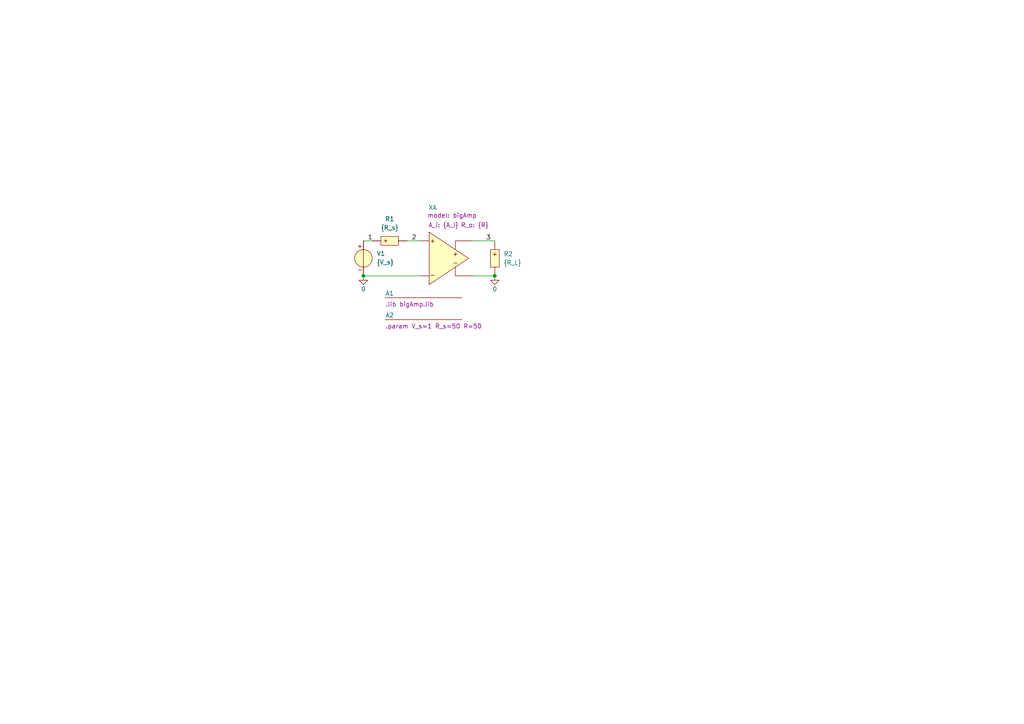
<source format=kicad_sch>
(kicad_sch (version 20250114) (generator "eeschema") (generator_version "9.0")
  (paper "A4")
  (lib_symbols
    (symbol "SLiCAP:Command" (pin_numbers (hide yes)) (pin_names (offset 0) (hide yes))
      (property "Reference" "A?" (at 0 1.27 0))
      (property "command" "?" (at 0 -1.905 0))
      (symbol "Command_0_1"
        (polyline (pts (xy 0 0) (xy 22.225 0)))
      )
    )
    (symbol "SLiCAP:GND" (power) (pin_numbers (hide yes)) (pin_names (offset 0) (hide yes))
      (property "Value" "0" (at 0 -2.54 0))
      (symbol "GND_0_1"
        (polyline (pts (xy -1.27 0) (xy 0 -1.27) (xy 1.27 0) (xy -1.27 0)))
      )
      (symbol "GND_1_1"
        (pin power_in line (at 0 0 0) (length 0) (name "~") (number "1"))
      )
    )
    (symbol "SLiCAP:R" (pin_numbers (hide yes)) (pin_names (offset 1.016) (hide yes))
      (property "Reference" "R?" (at 1.905 3.81 0))
      (property "Value" "?" (at 1.905 1.905 0) (show_name))
      (property "noisetemp" "0" (at 1.905 0 0) (show_name))
      (property "noiseflow" "0" (at 15.24 0 0) (show_name))
      (property "dcvar" "0" (at 1.905 -1.905 0) (show_name))
      (property "dcvarlot" "0" (at 15.24 -1.905 0) (show_name))
      (symbol "R_0_0"
        (text "+" (at 0 1.27 0) (effects (font (size 1.27 1.27))))
      )
      (symbol "R_1_0"
        (pin passive line (at 0 5.08 270) (length 2.54) (name "1") (number "1"))
        (pin passive line (at 0 -5.08 90) (length 2.54) (name "2") (number "2"))
      )
      (symbol "R_1_1"
        (rectangle (start -1.27 2.54) (end 1.27 -2.54) (fill (type background)))
      )
    )
    (symbol "SLiCAP:V" (pin_numbers (hide yes)) (pin_names (offset 0) (hide yes))
      (property "Reference" "V?" (at 3.175 4.445 0))
      (property "Value" "?" (at 3.175 2.54 0) (show_name))
      (property "noise" "0" (at 3.175 -3.175 0) (show_name))
      (property "dc" "0" (at 3.175 0.635 0) (show_name))
      (property "dcvar" "0" (at 3.175 -1.27 0) (show_name))
      (symbol "V_0_0"
        (text "+" (at -1.016 3.556 0) (effects (font (size 1.27 1.27))))
        (text "-" (at -1.016 -3.302 0) (effects (font (size 1.27 1.27))))
        (pin power_out line (at 0 5.08 270) (length 2.54) (name "p") (number "1"))
        (pin power_out line (at 0 -5.08 90) (length 2.54) (name "n") (number "2"))
      )
      (symbol "V_0_1"
        (polyline (pts (xy 0 2.54) (xy 0 -2.54)))
      )
      (symbol "V_1_0"
        (circle (center 0 0) (radius 2.54) (fill (type background)))
      )
    )
    (symbol "SLiCAP:Xamp4" (pin_numbers (hide yes)) (pin_names (offset 0) (hide yes))
      (property "Reference" "X?" (at -4.826 12.319 0))
      (property "model" "?" (at -4.826 10.414 0) (show_name))
      (symbol "Xamp4_0_1"
        (polyline (pts (xy 5.08 5.08) (xy 2.54 5.08) (xy 2.54 2.54)))
        (polyline (pts (xy 5.08 -5.08) (xy 2.54 -5.08) (xy 2.54 -2.54)))
      )
      (symbol "Xamp4_1_0"
        (pin power_out line (at 7.62 5.08 180) (length 2.54) (name "outP") (number "3"))
        (pin power_out line (at 7.62 -5.08 180) (length 2.54) (name "outN") (number "4"))
      )
      (symbol "Xamp4_1_1"
        (polyline (pts (xy 6.35 0) (xy -5.08 7.62) (xy -5.08 -7.62) (xy 6.35 0)) (fill (type background)))
        (text "+" (at -4.064 5.08 0) (effects (font (size 1.27 1.27))))
        (text "-" (at -4.064 -4.826 0) (effects (font (size 1.27 1.27))))
        (text "+" (at 2.54 1.27 0) (effects (font (size 1.27 1.27))))
        (text "-" (at 2.54 -1.27 0) (effects (font (size 1.27 1.27))))
        (pin input line (at -7.62 5.08 0) (length 2.54) (name "inP") (number "1"))
        (pin input line (at -7.62 -5.08 0) (length 2.54) (name "inN") (number "2"))
      )
    )
  )
  (junction (at 143.51 80.01))
  (junction (at 105.41 80.01))
  (wire (pts (xy 118.11 69.85) (xy 121.92 69.85)))
  (wire (pts (xy 143.51 80.01) (xy 143.51 81.28)))
  (wire (pts (xy 105.41 80.01) (xy 121.92 80.01)))
  (wire (pts (xy 105.41 69.85) (xy 107.95 69.85)))
  (wire (pts (xy 143.51 69.85) (xy 137.16 69.85)))
  (wire (pts (xy 143.51 80.01) (xy 137.16 80.01)))
  (wire (pts (xy 105.41 80.01) (xy 105.41 81.28)))
  (label "3" (at 140.97 69.85 0))
  (label "1" (at 106.68 69.85 0))
  (label "2" (at 119.38 69.85 0))
  (symbol (lib_id "SLiCAP:Xamp4") (at 129.54 74.93 0) (unit 1)
    (property "Reference" "XA" (at 125.476 60.198 0))
    (property "Description" "4-terminal amplifier sub circuit" (effects (hide yes)))
    (property "model" "bigAmp" (at 123.952 62.484 0) (show_name yes) (effects (justify left)))
    (property "A_i" "{A_i}" (at 124.206 65.278 0) (show_name yes) (effects (justify left)))
    (property "R_o" "{R}" (at 133.604 65.278 0) (show_name yes) (effects (justify left)))
  )
  (symbol (lib_id "SLiCAP:V") (at 105.41 74.93 0) (unit 1)
    (property "Reference" "V1" (at 109.22 73.5329 0) (effects (justify left)))
    (property "Value" "{V_s}" (at 109.22 76.0729 0) (effects (justify left)))
    (property "Description" "Independent voltage source" (effects (hide yes)))
    (property "noise" "0" (effects (hide yes)))
    (property "dc" "0" (effects (hide yes)))
    (property "dcvar" "0" (effects (hide yes)))
    (property "model" "V" (effects (hide yes)))
  )
  (symbol (lib_id "SLiCAP:Command") (at 111.76 92.71 0) (unit 1)
    (property "Reference" "A2" (at 111.76 91.44 0) (effects (justify left)))
    (property "Description" "SLiCAP command (.lib, .param, .model. subckt}" (effects (hide yes)))
    (property "command" ".param V_s=1 R_s=50 R=50" (at 111.76 94.615 0) (effects (justify left)))
  )
  (symbol (lib_id "SLiCAP:R") (at 143.51 74.93 0) (unit 1)
    (property "Reference" "R2" (at 146.05 73.6599 0) (effects (justify left)))
    (property "Value" "{R_L}" (at 146.05 76.1999 0) (effects (justify left)))
    (property "Description" "Resistor (cannot have zero resistance)" (effects (hide yes)))
    (property "model" "R" (effects (hide yes)))
    (property "noisetemp" "0" (effects (hide yes)))
    (property "noiseflow" "0" (effects (hide yes)))
    (property "dcvar" "0" (effects (hide yes)))
    (property "dcvarlot" "0" (effects (hide yes)))
  )
  (symbol (lib_id "SLiCAP:Command") (at 111.76 86.36 0) (unit 1)
    (property "Reference" "A1" (at 111.76 85.09 0) (effects (justify left)))
    (property "Description" "SLiCAP command (.lib, .param, .model. subckt}" (effects (hide yes)))
    (property "command" ".lib bigAmp.lib" (at 111.76 88.265 0) (effects (justify left)))
  )
  (symbol (lib_id "SLiCAP:GND") (at 143.51 81.28 0) (unit 1)
    (property "Reference" "#02" (effects (hide yes)))
    (property "Value" "0" (at 143.51 83.82 0))
    (property "Description" "0V reference potential" (effects (hide yes)))
  )
  (symbol (lib_id "SLiCAP:GND") (at 105.41 81.28 0) (unit 1)
    (property "Reference" "#01" (effects (hide yes)))
    (property "Value" "0" (at 105.41 83.82 0))
    (property "Description" "0V reference potential" (effects (hide yes)))
  )
  (symbol (lib_id "SLiCAP:R") (at 113.03 69.85 90) (unit 1)
    (property "Reference" "R1" (at 113.03 63.5 90))
    (property "Value" "{R_s}" (at 113.03 66.04 90))
    (property "Description" "Resistor (cannot have zero resistance)" (effects (hide yes)))
    (property "model" "R" (effects (hide yes)))
    (property "noisetemp" "0" (effects (hide yes)))
    (property "noiseflow" "0" (effects (hide yes)))
    (property "dcvar" "0" (effects (hide yes)))
    (property "dcvarlot" "0" (effects (hide yes)))
  )
)
</source>
